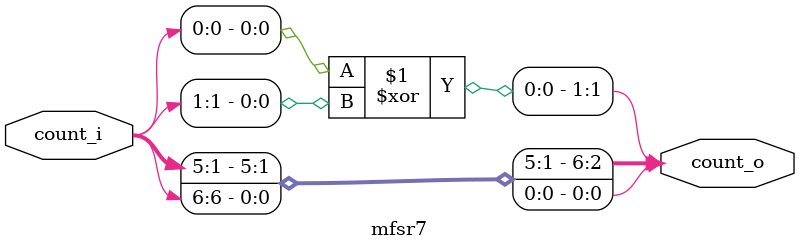
<source format=v>
/***************************************************************************
 *                                                                         *
 *   MFSR7.v - One of Roy Ward's ultra tricky Multiple Feed-back Shift     *
 *     Registers (MFSR). This one is 7-bits wide.                          *
 *                                                                         *
 *   Copyright (C) 2008 by Patrick Suggate and Roy Ward                    *
 *   patrick@physics.otago.ac.nz                                           *
 *                                                                         *
 *   This program is free software; you can redistribute it and/or modify  *
 *   it under the terms of the GNU General Public License as published by  *
 *   the Free Software Foundation; either version 2 of the License, or     *
 *   (at your option) any later version.                                   *
 *                                                                         *
 *   This program is distributed in the hope that it will be useful,       *
 *   but WITHOUT ANY WARRANTY; without even the implied warranty of        *
 *   MERCHANTABILITY or FITNESS FOR A PARTICULAR PURPOSE.  See the         *
 *   GNU General Public License for more details.                          *
 *                                                                         *
 *   You should have received a copy of the GNU General Public License     *
 *   along with this program; if not, write to the                         *
 *   Free Software Foundation, Inc.,                                       *
 *   59 Temple Place - Suite 330, Boston, MA  02111-1307, USA.             *
 ***************************************************************************/

`timescale 1ns/100ps
module	mfsr7 (
	count_i,
	count_o
);

input	[6:0]	count_i;
output	[6:0]	count_o;

assign	count_o	= {count_i [5:1], count_i [0]^count_i [1], count_i [6]};

endmodule	//	mfsr7

</source>
